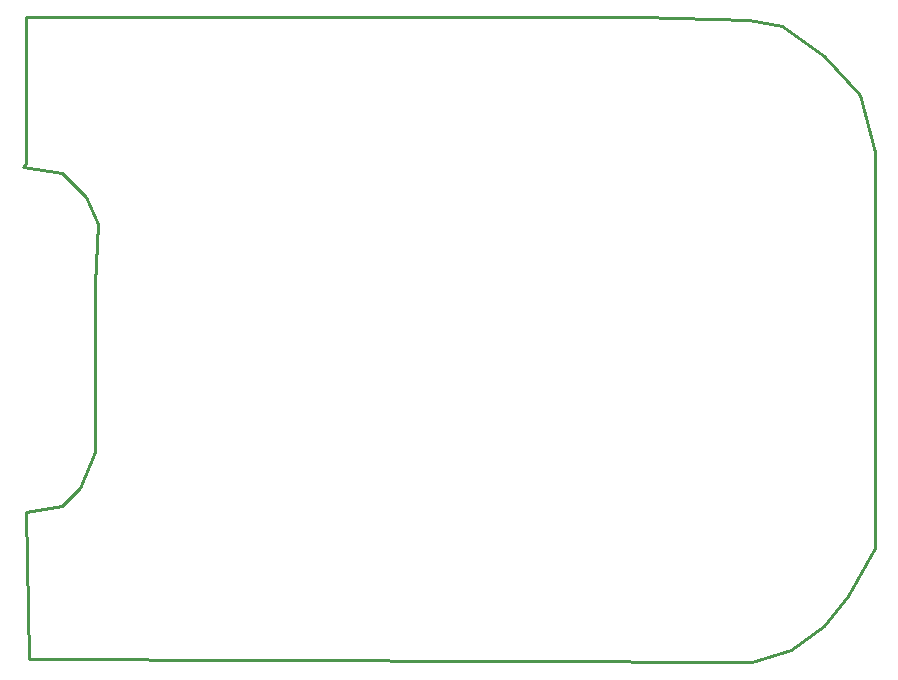
<source format=gko>
G04 Layer: BoardOutlineLayer*
G04 EasyEDA v6.5.22, 2023-01-10 12:32:39*
G04 1e824566333e41a2b08e8a3146a8d8cc,2e4b97ed0a384ad5b60706015a639cab,10*
G04 Gerber Generator version 0.2*
G04 Scale: 100 percent, Rotated: No, Reflected: No *
G04 Dimensions in inches *
G04 leading zeros omitted , absolute positions ,3 integer and 6 decimal *
%FSLAX36Y36*%
%MOIN*%

%ADD10C,0.0100*%
D10*
X690000Y-60000D02*
G01*
X1900000Y-60000D01*
X2320000Y-60000D01*
X2710000Y-60000D01*
X3070000Y-70000D01*
X3180000Y-90000D01*
X3320000Y-190000D01*
X3440000Y-320000D01*
X3490000Y-510000D01*
X3490000Y-1830000D01*
X3400000Y-1990000D01*
X3320000Y-2090000D01*
X3210000Y-2170000D01*
X3080000Y-2210000D01*
X670000Y-2200000D01*
X660000Y-1710000D01*
X780000Y-1690000D01*
X840000Y-1630000D01*
X890000Y-1510000D01*
X890000Y-1380000D01*
X890000Y-950000D01*
X900000Y-750000D01*
X860000Y-660000D01*
X780000Y-580000D01*
X650000Y-560000D01*
X660000Y-550000D01*
X660000Y-60000D01*
X1120000Y-60000D01*

%LPD*%
M02*

</source>
